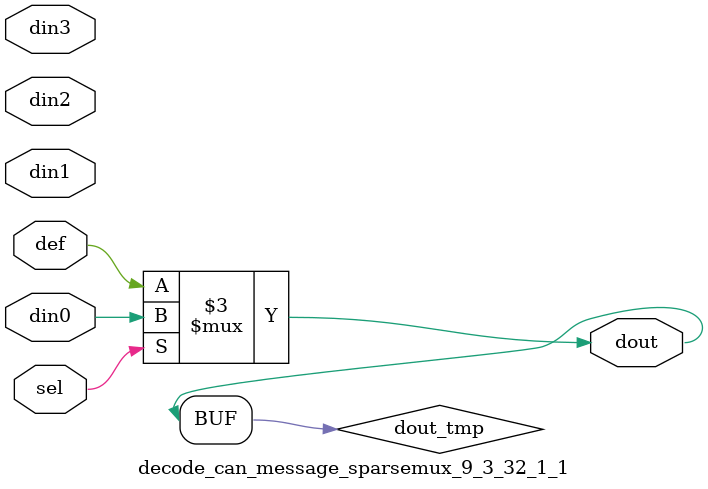
<source format=v>
`timescale 1ns / 1ps

module decode_can_message_sparsemux_9_3_32_1_1 (din0,din1,din2,din3,def,sel,dout);

parameter din0_WIDTH = 1;

parameter din1_WIDTH = 1;

parameter din2_WIDTH = 1;

parameter din3_WIDTH = 1;

parameter def_WIDTH = 1;
parameter sel_WIDTH = 1;
parameter dout_WIDTH = 1;

parameter [sel_WIDTH-1:0] CASE0 = 1;

parameter [sel_WIDTH-1:0] CASE1 = 1;

parameter [sel_WIDTH-1:0] CASE2 = 1;

parameter [sel_WIDTH-1:0] CASE3 = 1;

parameter ID = 1;
parameter NUM_STAGE = 1;



input [din0_WIDTH-1:0] din0;

input [din1_WIDTH-1:0] din1;

input [din2_WIDTH-1:0] din2;

input [din3_WIDTH-1:0] din3;

input [def_WIDTH-1:0] def;
input [sel_WIDTH-1:0] sel;

output [dout_WIDTH-1:0] dout;



reg [dout_WIDTH-1:0] dout_tmp;


always @ (*) begin
(* parallel_case *) case (sel)
    
    CASE0 : dout_tmp = din0;
    
    CASE1 : dout_tmp = din1;
    
    CASE2 : dout_tmp = din2;
    
    CASE3 : dout_tmp = din3;
    
    default : dout_tmp = def;
endcase
end


assign dout = dout_tmp;



endmodule

</source>
